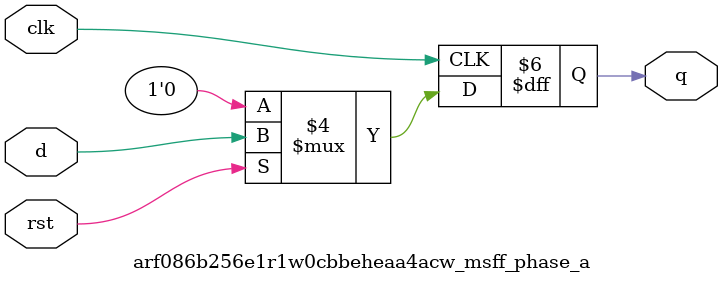
<source format=sv>
`ifndef ARF086B256E1R1W0CBBEHEAA4ACW_MSFF_PHASE_A_SV
`define ARF086B256E1R1W0CBBEHEAA4ACW_MSFF_PHASE_A_SV

module arf086b256e1r1w0cbbeheaa4acw_msff_phase_a #
(
  parameter DWIDTH = 1
)
(
  input  logic [DWIDTH-1:0] d,
  input  logic clk,
  input  logic rst,
  output logic [DWIDTH-1:0] q
);

always_ff @ (posedge clk) begin
  if (~rst) begin
    q <= '0;
  end
  else begin
    q <= d;
  end
end

endmodule // arf086b256e1r1w0cbbeheaa4acw_msff_phase_a

`endif // ARF086B256E1R1W0CBBEHEAA4ACW_MSFF_PHASE_A_SV
</source>
